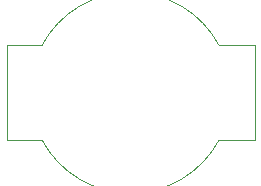
<source format=gbr>
G04 #@! TF.GenerationSoftware,KiCad,Pcbnew,(5.1.5-0-10_14)*
G04 #@! TF.CreationDate,2020-09-21T02:14:23+02:00*
G04 #@! TF.ProjectId,Encoder,456e636f-6465-4722-9e6b-696361645f70,rev?*
G04 #@! TF.SameCoordinates,Original*
G04 #@! TF.FileFunction,Profile,NP*
%FSLAX46Y46*%
G04 Gerber Fmt 4.6, Leading zero omitted, Abs format (unit mm)*
G04 Created by KiCad (PCBNEW (5.1.5-0-10_14)) date 2020-09-21 02:14:23*
%MOMM*%
%LPD*%
G04 APERTURE LIST*
%ADD10C,0.050000*%
G04 APERTURE END LIST*
D10*
X106688000Y-97312000D02*
X109688000Y-97312000D01*
X106688000Y-89312000D02*
X106688000Y-97312000D01*
X109688001Y-89312001D02*
X106688000Y-89312000D01*
X127688000Y-97312000D02*
X124687999Y-97312001D01*
X127688000Y-89312000D02*
X127688000Y-97312000D01*
X124687999Y-89312000D02*
X127688000Y-89312000D01*
X124688000Y-97312001D02*
G75*
G02X109688000Y-97311999I-7500000J4000001D01*
G01*
X109688001Y-89312001D02*
G75*
G02X124687999Y-89312000I7499999J-3999999D01*
G01*
M02*

</source>
